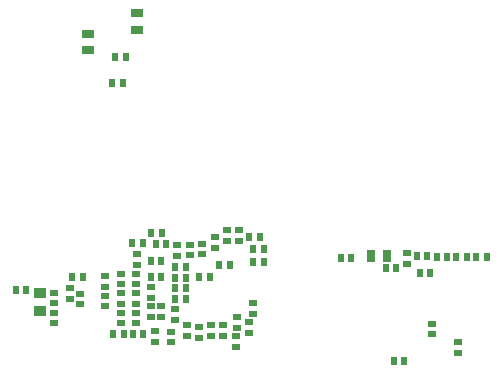
<source format=gbs>
G04 Layer_Color=16711935*
%FSLAX43Y43*%
%MOMM*%
G71*
G01*
G75*
%ADD41R,0.610X0.660*%
%ADD42R,0.740X0.990*%
%ADD44R,0.990X0.740*%
%ADD45R,0.660X0.610*%
%ADD47R,0.800X0.610*%
%ADD49R,0.610X0.800*%
%ADD53R,1.050X0.900*%
D41*
X26350Y68950D02*
D03*
X25450D02*
D03*
X32075D02*
D03*
X32975D02*
D03*
X30000Y87550D02*
D03*
X29100D02*
D03*
X28825Y85350D02*
D03*
X29725D02*
D03*
X31475Y64175D02*
D03*
X30575D02*
D03*
X31400Y71850D02*
D03*
X30500D02*
D03*
X60550Y70675D02*
D03*
X59650D02*
D03*
X58875D02*
D03*
X57975D02*
D03*
X56300D02*
D03*
X57200D02*
D03*
X49075Y70550D02*
D03*
X48175D02*
D03*
X52900Y69725D02*
D03*
X52000D02*
D03*
X54850Y69275D02*
D03*
X55750D02*
D03*
X32150Y72700D02*
D03*
X33050D02*
D03*
X28900Y64175D02*
D03*
X29800D02*
D03*
X32975Y70325D02*
D03*
X32075D02*
D03*
X34150Y68025D02*
D03*
X35050D02*
D03*
X34150Y68875D02*
D03*
X35050D02*
D03*
D42*
X50725Y70750D02*
D03*
X52125D02*
D03*
D44*
X26800Y89575D02*
D03*
Y88175D02*
D03*
X30925Y89900D02*
D03*
Y91300D02*
D03*
D45*
X32950Y65575D02*
D03*
Y66475D02*
D03*
X25250Y68025D02*
D03*
Y67125D02*
D03*
X29550Y65950D02*
D03*
Y65050D02*
D03*
X30900Y70000D02*
D03*
Y70900D02*
D03*
X32475Y64375D02*
D03*
Y63475D02*
D03*
X30875Y67600D02*
D03*
Y66700D02*
D03*
Y69250D02*
D03*
Y68350D02*
D03*
X58130Y63435D02*
D03*
Y62535D02*
D03*
X32100Y66475D02*
D03*
Y65575D02*
D03*
X29550Y69250D02*
D03*
Y68350D02*
D03*
X28250Y69025D02*
D03*
Y68125D02*
D03*
X30875Y65950D02*
D03*
Y65050D02*
D03*
X29550Y66700D02*
D03*
Y67600D02*
D03*
X28250Y67375D02*
D03*
Y66475D02*
D03*
X26125Y66650D02*
D03*
Y67550D02*
D03*
X34175Y65325D02*
D03*
Y66225D02*
D03*
X32125Y68125D02*
D03*
Y67225D02*
D03*
D47*
X23925Y66725D02*
D03*
Y67625D02*
D03*
Y65950D02*
D03*
Y65050D02*
D03*
X55900Y64100D02*
D03*
Y65000D02*
D03*
X39550Y72925D02*
D03*
Y72025D02*
D03*
X39375Y64675D02*
D03*
Y65575D02*
D03*
X38525Y72950D02*
D03*
Y72050D02*
D03*
X37500Y72350D02*
D03*
Y71450D02*
D03*
X33850Y63425D02*
D03*
Y64325D02*
D03*
X34300Y71650D02*
D03*
Y70750D02*
D03*
X36200Y63800D02*
D03*
Y64700D02*
D03*
X35400Y71700D02*
D03*
Y70800D02*
D03*
X38250Y64000D02*
D03*
Y64900D02*
D03*
X40400Y64250D02*
D03*
Y65150D02*
D03*
X39275Y63075D02*
D03*
Y63975D02*
D03*
X36475Y71775D02*
D03*
Y70875D02*
D03*
X40750Y65875D02*
D03*
Y66775D02*
D03*
X35175Y64000D02*
D03*
Y64900D02*
D03*
X37225Y64000D02*
D03*
Y64900D02*
D03*
X53750Y70100D02*
D03*
Y71000D02*
D03*
D49*
X32500Y71800D02*
D03*
X33400D02*
D03*
X35050Y69825D02*
D03*
X34150D02*
D03*
X35050Y67100D02*
D03*
X34150D02*
D03*
X53550Y61825D02*
D03*
X52650D02*
D03*
X41350Y72325D02*
D03*
X40450D02*
D03*
X41675Y71300D02*
D03*
X40775D02*
D03*
X36200Y68950D02*
D03*
X37100D02*
D03*
X38800Y69950D02*
D03*
X37900D02*
D03*
X41675Y70275D02*
D03*
X40775D02*
D03*
X54625Y70750D02*
D03*
X55525D02*
D03*
X21550Y67875D02*
D03*
X20650D02*
D03*
D53*
X22700Y67650D02*
D03*
Y66050D02*
D03*
M02*

</source>
